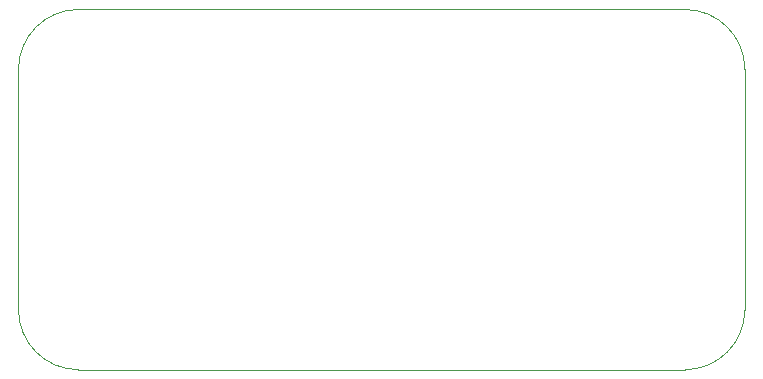
<source format=gbr>
%TF.GenerationSoftware,KiCad,Pcbnew,8.0.1-rc1*%
%TF.CreationDate,2024-04-16T23:15:51-05:00*%
%TF.ProjectId,Emotion LED,456d6f74-696f-46e2-904c-45442e6b6963,rev?*%
%TF.SameCoordinates,Original*%
%TF.FileFunction,Profile,NP*%
%FSLAX46Y46*%
G04 Gerber Fmt 4.6, Leading zero omitted, Abs format (unit mm)*
G04 Created by KiCad (PCBNEW 8.0.1-rc1) date 2024-04-16 23:15:51*
%MOMM*%
%LPD*%
G01*
G04 APERTURE LIST*
%TA.AperFunction,Profile*%
%ADD10C,0.050000*%
%TD*%
G04 APERTURE END LIST*
D10*
X91920000Y-58000000D02*
X40580000Y-58000000D01*
X97000000Y-32580000D02*
X97000000Y-52920000D01*
X40580000Y-27500000D02*
X91920000Y-27500000D01*
X35500000Y-52920000D02*
X35500000Y-32580000D01*
X97000000Y-52920000D02*
G75*
G02*
X91920000Y-58000000I-5080000J0D01*
G01*
X91920000Y-27500000D02*
G75*
G02*
X97000000Y-32580000I0J-5080000D01*
G01*
X40580000Y-58000000D02*
G75*
G02*
X35500000Y-52920000I0J5080000D01*
G01*
X35500000Y-32580000D02*
G75*
G02*
X40580000Y-27500000I5080000J0D01*
G01*
M02*

</source>
